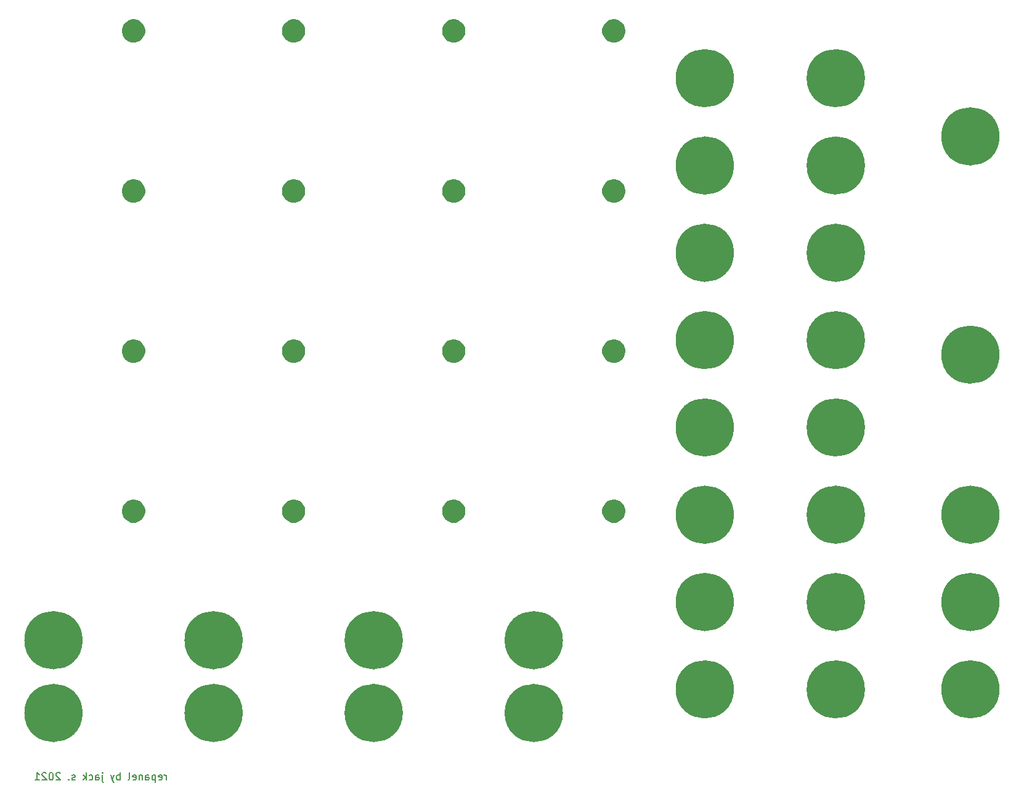
<source format=gbr>
G04 #@! TF.GenerationSoftware,KiCad,Pcbnew,(5.1.5-0)*
G04 #@! TF.CreationDate,2021-01-20T17:00:23-08:00*
G04 #@! TF.ProjectId,bindubba,62696e64-7562-4626-912e-6b696361645f,rev?*
G04 #@! TF.SameCoordinates,Original*
G04 #@! TF.FileFunction,Soldermask,Bot*
G04 #@! TF.FilePolarity,Negative*
%FSLAX46Y46*%
G04 Gerber Fmt 4.6, Leading zero omitted, Abs format (unit mm)*
G04 Created by KiCad (PCBNEW (5.1.5-0)) date 2021-01-20 17:00:23*
%MOMM*%
%LPD*%
G04 APERTURE LIST*
%ADD10C,1.000000*%
%ADD11C,0.150000*%
%ADD12C,0.100000*%
G04 APERTURE END LIST*
D10*
X136750000Y-85000000D02*
G75*
G03X136750000Y-85000000I-3500000J0D01*
G01*
X136750000Y-109000000D02*
G75*
G03X136750000Y-109000000I-3500000J0D01*
G01*
X136750000Y-97000000D02*
G75*
G03X136750000Y-97000000I-3500000J0D01*
G01*
X136750000Y-63000000D02*
G75*
G03X136750000Y-63000000I-3500000J0D01*
G01*
X136750000Y-33000000D02*
G75*
G03X136750000Y-33000000I-3500000J0D01*
G01*
X118250000Y-25000000D02*
G75*
G03X118250000Y-25000000I-3500000J0D01*
G01*
X118250000Y-61000000D02*
G75*
G03X118250000Y-61000000I-3500000J0D01*
G01*
X118250000Y-49000000D02*
G75*
G03X118250000Y-49000000I-3500000J0D01*
G01*
X118250000Y-37000000D02*
G75*
G03X118250000Y-37000000I-3500000J0D01*
G01*
X118250000Y-85000000D02*
G75*
G03X118250000Y-85000000I-3500000J0D01*
G01*
X118250000Y-73000000D02*
G75*
G03X118250000Y-73000000I-3500000J0D01*
G01*
X118250000Y-97000000D02*
G75*
G03X118250000Y-97000000I-3500000J0D01*
G01*
X118250000Y-109000000D02*
G75*
G03X118250000Y-109000000I-3500000J0D01*
G01*
X100250000Y-73000000D02*
G75*
G03X100250000Y-73000000I-3500000J0D01*
G01*
X100250000Y-109000000D02*
G75*
G03X100250000Y-109000000I-3500000J0D01*
G01*
X100250000Y-97000000D02*
G75*
G03X100250000Y-97000000I-3500000J0D01*
G01*
X100250000Y-85000000D02*
G75*
G03X100250000Y-85000000I-3500000J0D01*
G01*
X100250000Y-49000000D02*
G75*
G03X100250000Y-49000000I-3500000J0D01*
G01*
X100250000Y-61000000D02*
G75*
G03X100250000Y-61000000I-3500000J0D01*
G01*
X100250000Y-37000000D02*
G75*
G03X100250000Y-37000000I-3500000J0D01*
G01*
X100250000Y-25000000D02*
G75*
G03X100250000Y-25000000I-3500000J0D01*
G01*
X32750000Y-112250000D02*
G75*
G03X32750000Y-112250000I-3500000J0D01*
G01*
X54750000Y-112250000D02*
G75*
G03X54750000Y-112250000I-3500000J0D01*
G01*
X76750000Y-112250000D02*
G75*
G03X76750000Y-112250000I-3500000J0D01*
G01*
X10750000Y-112250000D02*
G75*
G03X10750000Y-112250000I-3500000J0D01*
G01*
X10750000Y-102250000D02*
G75*
G03X10750000Y-102250000I-3500000J0D01*
G01*
X76750000Y-102250000D02*
G75*
G03X76750000Y-102250000I-3500000J0D01*
G01*
X54750000Y-102250000D02*
G75*
G03X54750000Y-102250000I-3500000J0D01*
G01*
D11*
X22726190Y-121452380D02*
X22726190Y-120785714D01*
X22726190Y-120976190D02*
X22678571Y-120880952D01*
X22630952Y-120833333D01*
X22535714Y-120785714D01*
X22440476Y-120785714D01*
X21726190Y-121404761D02*
X21821428Y-121452380D01*
X22011904Y-121452380D01*
X22107142Y-121404761D01*
X22154761Y-121309523D01*
X22154761Y-120928571D01*
X22107142Y-120833333D01*
X22011904Y-120785714D01*
X21821428Y-120785714D01*
X21726190Y-120833333D01*
X21678571Y-120928571D01*
X21678571Y-121023809D01*
X22154761Y-121119047D01*
X21250000Y-120785714D02*
X21250000Y-121785714D01*
X21250000Y-120833333D02*
X21154761Y-120785714D01*
X20964285Y-120785714D01*
X20869047Y-120833333D01*
X20821428Y-120880952D01*
X20773809Y-120976190D01*
X20773809Y-121261904D01*
X20821428Y-121357142D01*
X20869047Y-121404761D01*
X20964285Y-121452380D01*
X21154761Y-121452380D01*
X21250000Y-121404761D01*
X19916666Y-121452380D02*
X19916666Y-120928571D01*
X19964285Y-120833333D01*
X20059523Y-120785714D01*
X20250000Y-120785714D01*
X20345238Y-120833333D01*
X19916666Y-121404761D02*
X20011904Y-121452380D01*
X20250000Y-121452380D01*
X20345238Y-121404761D01*
X20392857Y-121309523D01*
X20392857Y-121214285D01*
X20345238Y-121119047D01*
X20250000Y-121071428D01*
X20011904Y-121071428D01*
X19916666Y-121023809D01*
X19440476Y-120785714D02*
X19440476Y-121452380D01*
X19440476Y-120880952D02*
X19392857Y-120833333D01*
X19297619Y-120785714D01*
X19154761Y-120785714D01*
X19059523Y-120833333D01*
X19011904Y-120928571D01*
X19011904Y-121452380D01*
X18154761Y-121404761D02*
X18250000Y-121452380D01*
X18440476Y-121452380D01*
X18535714Y-121404761D01*
X18583333Y-121309523D01*
X18583333Y-120928571D01*
X18535714Y-120833333D01*
X18440476Y-120785714D01*
X18250000Y-120785714D01*
X18154761Y-120833333D01*
X18107142Y-120928571D01*
X18107142Y-121023809D01*
X18583333Y-121119047D01*
X17535714Y-121452380D02*
X17630952Y-121404761D01*
X17678571Y-121309523D01*
X17678571Y-120452380D01*
X16392857Y-121452380D02*
X16392857Y-120452380D01*
X16392857Y-120833333D02*
X16297619Y-120785714D01*
X16107142Y-120785714D01*
X16011904Y-120833333D01*
X15964285Y-120880952D01*
X15916666Y-120976190D01*
X15916666Y-121261904D01*
X15964285Y-121357142D01*
X16011904Y-121404761D01*
X16107142Y-121452380D01*
X16297619Y-121452380D01*
X16392857Y-121404761D01*
X15583333Y-120785714D02*
X15345238Y-121452380D01*
X15107142Y-120785714D02*
X15345238Y-121452380D01*
X15440476Y-121690476D01*
X15488095Y-121738095D01*
X15583333Y-121785714D01*
X13964285Y-120785714D02*
X13964285Y-121642857D01*
X14011904Y-121738095D01*
X14107142Y-121785714D01*
X14154761Y-121785714D01*
X13964285Y-120452380D02*
X14011904Y-120500000D01*
X13964285Y-120547619D01*
X13916666Y-120500000D01*
X13964285Y-120452380D01*
X13964285Y-120547619D01*
X13059523Y-121452380D02*
X13059523Y-120928571D01*
X13107142Y-120833333D01*
X13202380Y-120785714D01*
X13392857Y-120785714D01*
X13488095Y-120833333D01*
X13059523Y-121404761D02*
X13154761Y-121452380D01*
X13392857Y-121452380D01*
X13488095Y-121404761D01*
X13535714Y-121309523D01*
X13535714Y-121214285D01*
X13488095Y-121119047D01*
X13392857Y-121071428D01*
X13154761Y-121071428D01*
X13059523Y-121023809D01*
X12154761Y-121404761D02*
X12250000Y-121452380D01*
X12440476Y-121452380D01*
X12535714Y-121404761D01*
X12583333Y-121357142D01*
X12630952Y-121261904D01*
X12630952Y-120976190D01*
X12583333Y-120880952D01*
X12535714Y-120833333D01*
X12440476Y-120785714D01*
X12250000Y-120785714D01*
X12154761Y-120833333D01*
X11726190Y-121452380D02*
X11726190Y-120452380D01*
X11630952Y-121071428D02*
X11345238Y-121452380D01*
X11345238Y-120785714D02*
X11726190Y-121166666D01*
X10202380Y-121404761D02*
X10107142Y-121452380D01*
X9916666Y-121452380D01*
X9821428Y-121404761D01*
X9773809Y-121309523D01*
X9773809Y-121261904D01*
X9821428Y-121166666D01*
X9916666Y-121119047D01*
X10059523Y-121119047D01*
X10154761Y-121071428D01*
X10202380Y-120976190D01*
X10202380Y-120928571D01*
X10154761Y-120833333D01*
X10059523Y-120785714D01*
X9916666Y-120785714D01*
X9821428Y-120833333D01*
X9345238Y-121357142D02*
X9297619Y-121404761D01*
X9345238Y-121452380D01*
X9392857Y-121404761D01*
X9345238Y-121357142D01*
X9345238Y-121452380D01*
X8154761Y-120547619D02*
X8107142Y-120500000D01*
X8011904Y-120452380D01*
X7773809Y-120452380D01*
X7678571Y-120500000D01*
X7630952Y-120547619D01*
X7583333Y-120642857D01*
X7583333Y-120738095D01*
X7630952Y-120880952D01*
X8202380Y-121452380D01*
X7583333Y-121452380D01*
X6964285Y-120452380D02*
X6869047Y-120452380D01*
X6773809Y-120500000D01*
X6726190Y-120547619D01*
X6678571Y-120642857D01*
X6630952Y-120833333D01*
X6630952Y-121071428D01*
X6678571Y-121261904D01*
X6726190Y-121357142D01*
X6773809Y-121404761D01*
X6869047Y-121452380D01*
X6964285Y-121452380D01*
X7059523Y-121404761D01*
X7107142Y-121357142D01*
X7154761Y-121261904D01*
X7202380Y-121071428D01*
X7202380Y-120833333D01*
X7154761Y-120642857D01*
X7107142Y-120547619D01*
X7059523Y-120500000D01*
X6964285Y-120452380D01*
X6250000Y-120547619D02*
X6202380Y-120500000D01*
X6107142Y-120452380D01*
X5869047Y-120452380D01*
X5773809Y-120500000D01*
X5726190Y-120547619D01*
X5678571Y-120642857D01*
X5678571Y-120738095D01*
X5726190Y-120880952D01*
X6297619Y-121452380D01*
X5678571Y-121452380D01*
X4726190Y-121452380D02*
X5297619Y-121452380D01*
X5011904Y-121452380D02*
X5011904Y-120452380D01*
X5107142Y-120595238D01*
X5202380Y-120690476D01*
X5297619Y-120738095D01*
D10*
X32750000Y-102250000D02*
G75*
G03X32750000Y-102250000I-3500000J0D01*
G01*
D12*
G36*
X73854975Y-109208585D02*
G01*
X74154528Y-109268170D01*
X74718874Y-109501930D01*
X75226772Y-109841296D01*
X75658704Y-110273228D01*
X75998070Y-110781126D01*
X76231830Y-111345472D01*
X76351000Y-111944578D01*
X76351000Y-112555422D01*
X76231830Y-113154528D01*
X75998070Y-113718874D01*
X75658704Y-114226772D01*
X75226772Y-114658704D01*
X74718874Y-114998070D01*
X74154528Y-115231830D01*
X73854975Y-115291415D01*
X73555423Y-115351000D01*
X72944577Y-115351000D01*
X72645025Y-115291415D01*
X72345472Y-115231830D01*
X71781126Y-114998070D01*
X71273228Y-114658704D01*
X70841296Y-114226772D01*
X70501930Y-113718874D01*
X70268170Y-113154528D01*
X70149000Y-112555422D01*
X70149000Y-111944578D01*
X70268170Y-111345472D01*
X70501930Y-110781126D01*
X70841296Y-110273228D01*
X71273228Y-109841296D01*
X71781126Y-109501930D01*
X72345472Y-109268170D01*
X72645025Y-109208585D01*
X72944577Y-109149000D01*
X73555423Y-109149000D01*
X73854975Y-109208585D01*
G37*
G36*
X51854975Y-109208585D02*
G01*
X52154528Y-109268170D01*
X52718874Y-109501930D01*
X53226772Y-109841296D01*
X53658704Y-110273228D01*
X53998070Y-110781126D01*
X54231830Y-111345472D01*
X54351000Y-111944578D01*
X54351000Y-112555422D01*
X54231830Y-113154528D01*
X53998070Y-113718874D01*
X53658704Y-114226772D01*
X53226772Y-114658704D01*
X52718874Y-114998070D01*
X52154528Y-115231830D01*
X51854975Y-115291415D01*
X51555423Y-115351000D01*
X50944577Y-115351000D01*
X50645025Y-115291415D01*
X50345472Y-115231830D01*
X49781126Y-114998070D01*
X49273228Y-114658704D01*
X48841296Y-114226772D01*
X48501930Y-113718874D01*
X48268170Y-113154528D01*
X48149000Y-112555422D01*
X48149000Y-111944578D01*
X48268170Y-111345472D01*
X48501930Y-110781126D01*
X48841296Y-110273228D01*
X49273228Y-109841296D01*
X49781126Y-109501930D01*
X50345472Y-109268170D01*
X50645025Y-109208585D01*
X50944577Y-109149000D01*
X51555423Y-109149000D01*
X51854975Y-109208585D01*
G37*
G36*
X29854975Y-109208585D02*
G01*
X30154528Y-109268170D01*
X30718874Y-109501930D01*
X31226772Y-109841296D01*
X31658704Y-110273228D01*
X31998070Y-110781126D01*
X32231830Y-111345472D01*
X32351000Y-111944578D01*
X32351000Y-112555422D01*
X32231830Y-113154528D01*
X31998070Y-113718874D01*
X31658704Y-114226772D01*
X31226772Y-114658704D01*
X30718874Y-114998070D01*
X30154528Y-115231830D01*
X29854975Y-115291415D01*
X29555423Y-115351000D01*
X28944577Y-115351000D01*
X28645025Y-115291415D01*
X28345472Y-115231830D01*
X27781126Y-114998070D01*
X27273228Y-114658704D01*
X26841296Y-114226772D01*
X26501930Y-113718874D01*
X26268170Y-113154528D01*
X26149000Y-112555422D01*
X26149000Y-111944578D01*
X26268170Y-111345472D01*
X26501930Y-110781126D01*
X26841296Y-110273228D01*
X27273228Y-109841296D01*
X27781126Y-109501930D01*
X28345472Y-109268170D01*
X28645025Y-109208585D01*
X28944577Y-109149000D01*
X29555423Y-109149000D01*
X29854975Y-109208585D01*
G37*
G36*
X7854975Y-109208585D02*
G01*
X8154528Y-109268170D01*
X8718874Y-109501930D01*
X9226772Y-109841296D01*
X9658704Y-110273228D01*
X9998070Y-110781126D01*
X10231830Y-111345472D01*
X10351000Y-111944578D01*
X10351000Y-112555422D01*
X10231830Y-113154528D01*
X9998070Y-113718874D01*
X9658704Y-114226772D01*
X9226772Y-114658704D01*
X8718874Y-114998070D01*
X8154528Y-115231830D01*
X7854975Y-115291415D01*
X7555423Y-115351000D01*
X6944577Y-115351000D01*
X6645025Y-115291415D01*
X6345472Y-115231830D01*
X5781126Y-114998070D01*
X5273228Y-114658704D01*
X4841296Y-114226772D01*
X4501930Y-113718874D01*
X4268170Y-113154528D01*
X4149000Y-112555422D01*
X4149000Y-111944578D01*
X4268170Y-111345472D01*
X4501930Y-110781126D01*
X4841296Y-110273228D01*
X5273228Y-109841296D01*
X5781126Y-109501930D01*
X6345472Y-109268170D01*
X6645025Y-109208585D01*
X6944577Y-109149000D01*
X7555423Y-109149000D01*
X7854975Y-109208585D01*
G37*
G36*
X133854975Y-105958585D02*
G01*
X134154528Y-106018170D01*
X134718874Y-106251930D01*
X135226772Y-106591296D01*
X135658704Y-107023228D01*
X135998070Y-107531126D01*
X136231830Y-108095472D01*
X136351000Y-108694578D01*
X136351000Y-109305422D01*
X136231830Y-109904528D01*
X135998070Y-110468874D01*
X135658704Y-110976772D01*
X135226772Y-111408704D01*
X134718874Y-111748070D01*
X134154528Y-111981830D01*
X133854975Y-112041415D01*
X133555423Y-112101000D01*
X132944577Y-112101000D01*
X132645025Y-112041415D01*
X132345472Y-111981830D01*
X131781126Y-111748070D01*
X131273228Y-111408704D01*
X130841296Y-110976772D01*
X130501930Y-110468874D01*
X130268170Y-109904528D01*
X130149000Y-109305422D01*
X130149000Y-108694578D01*
X130268170Y-108095472D01*
X130501930Y-107531126D01*
X130841296Y-107023228D01*
X131273228Y-106591296D01*
X131781126Y-106251930D01*
X132345472Y-106018170D01*
X132645025Y-105958585D01*
X132944577Y-105899000D01*
X133555423Y-105899000D01*
X133854975Y-105958585D01*
G37*
G36*
X115354975Y-105958585D02*
G01*
X115654528Y-106018170D01*
X116218874Y-106251930D01*
X116726772Y-106591296D01*
X117158704Y-107023228D01*
X117498070Y-107531126D01*
X117731830Y-108095472D01*
X117851000Y-108694578D01*
X117851000Y-109305422D01*
X117731830Y-109904528D01*
X117498070Y-110468874D01*
X117158704Y-110976772D01*
X116726772Y-111408704D01*
X116218874Y-111748070D01*
X115654528Y-111981830D01*
X115354975Y-112041415D01*
X115055423Y-112101000D01*
X114444577Y-112101000D01*
X114145025Y-112041415D01*
X113845472Y-111981830D01*
X113281126Y-111748070D01*
X112773228Y-111408704D01*
X112341296Y-110976772D01*
X112001930Y-110468874D01*
X111768170Y-109904528D01*
X111649000Y-109305422D01*
X111649000Y-108694578D01*
X111768170Y-108095472D01*
X112001930Y-107531126D01*
X112341296Y-107023228D01*
X112773228Y-106591296D01*
X113281126Y-106251930D01*
X113845472Y-106018170D01*
X114145025Y-105958585D01*
X114444577Y-105899000D01*
X115055423Y-105899000D01*
X115354975Y-105958585D01*
G37*
G36*
X97354975Y-105958585D02*
G01*
X97654528Y-106018170D01*
X98218874Y-106251930D01*
X98726772Y-106591296D01*
X99158704Y-107023228D01*
X99498070Y-107531126D01*
X99731830Y-108095472D01*
X99851000Y-108694578D01*
X99851000Y-109305422D01*
X99731830Y-109904528D01*
X99498070Y-110468874D01*
X99158704Y-110976772D01*
X98726772Y-111408704D01*
X98218874Y-111748070D01*
X97654528Y-111981830D01*
X97354975Y-112041415D01*
X97055423Y-112101000D01*
X96444577Y-112101000D01*
X96145025Y-112041415D01*
X95845472Y-111981830D01*
X95281126Y-111748070D01*
X94773228Y-111408704D01*
X94341296Y-110976772D01*
X94001930Y-110468874D01*
X93768170Y-109904528D01*
X93649000Y-109305422D01*
X93649000Y-108694578D01*
X93768170Y-108095472D01*
X94001930Y-107531126D01*
X94341296Y-107023228D01*
X94773228Y-106591296D01*
X95281126Y-106251930D01*
X95845472Y-106018170D01*
X96145025Y-105958585D01*
X96444577Y-105899000D01*
X97055423Y-105899000D01*
X97354975Y-105958585D01*
G37*
G36*
X29854975Y-99208585D02*
G01*
X30154528Y-99268170D01*
X30718874Y-99501930D01*
X31226772Y-99841296D01*
X31658704Y-100273228D01*
X31998070Y-100781126D01*
X32231830Y-101345472D01*
X32351000Y-101944578D01*
X32351000Y-102555422D01*
X32231830Y-103154528D01*
X31998070Y-103718874D01*
X31658704Y-104226772D01*
X31226772Y-104658704D01*
X30718874Y-104998070D01*
X30154528Y-105231830D01*
X29854975Y-105291415D01*
X29555423Y-105351000D01*
X28944577Y-105351000D01*
X28645025Y-105291415D01*
X28345472Y-105231830D01*
X27781126Y-104998070D01*
X27273228Y-104658704D01*
X26841296Y-104226772D01*
X26501930Y-103718874D01*
X26268170Y-103154528D01*
X26149000Y-102555422D01*
X26149000Y-101944578D01*
X26268170Y-101345472D01*
X26501930Y-100781126D01*
X26841296Y-100273228D01*
X27273228Y-99841296D01*
X27781126Y-99501930D01*
X28345472Y-99268170D01*
X28645025Y-99208585D01*
X28944577Y-99149000D01*
X29555423Y-99149000D01*
X29854975Y-99208585D01*
G37*
G36*
X51854975Y-99208585D02*
G01*
X52154528Y-99268170D01*
X52718874Y-99501930D01*
X53226772Y-99841296D01*
X53658704Y-100273228D01*
X53998070Y-100781126D01*
X54231830Y-101345472D01*
X54351000Y-101944578D01*
X54351000Y-102555422D01*
X54231830Y-103154528D01*
X53998070Y-103718874D01*
X53658704Y-104226772D01*
X53226772Y-104658704D01*
X52718874Y-104998070D01*
X52154528Y-105231830D01*
X51854975Y-105291415D01*
X51555423Y-105351000D01*
X50944577Y-105351000D01*
X50645025Y-105291415D01*
X50345472Y-105231830D01*
X49781126Y-104998070D01*
X49273228Y-104658704D01*
X48841296Y-104226772D01*
X48501930Y-103718874D01*
X48268170Y-103154528D01*
X48149000Y-102555422D01*
X48149000Y-101944578D01*
X48268170Y-101345472D01*
X48501930Y-100781126D01*
X48841296Y-100273228D01*
X49273228Y-99841296D01*
X49781126Y-99501930D01*
X50345472Y-99268170D01*
X50645025Y-99208585D01*
X50944577Y-99149000D01*
X51555423Y-99149000D01*
X51854975Y-99208585D01*
G37*
G36*
X7854975Y-99208585D02*
G01*
X8154528Y-99268170D01*
X8718874Y-99501930D01*
X9226772Y-99841296D01*
X9658704Y-100273228D01*
X9998070Y-100781126D01*
X10231830Y-101345472D01*
X10351000Y-101944578D01*
X10351000Y-102555422D01*
X10231830Y-103154528D01*
X9998070Y-103718874D01*
X9658704Y-104226772D01*
X9226772Y-104658704D01*
X8718874Y-104998070D01*
X8154528Y-105231830D01*
X7854975Y-105291415D01*
X7555423Y-105351000D01*
X6944577Y-105351000D01*
X6645025Y-105291415D01*
X6345472Y-105231830D01*
X5781126Y-104998070D01*
X5273228Y-104658704D01*
X4841296Y-104226772D01*
X4501930Y-103718874D01*
X4268170Y-103154528D01*
X4149000Y-102555422D01*
X4149000Y-101944578D01*
X4268170Y-101345472D01*
X4501930Y-100781126D01*
X4841296Y-100273228D01*
X5273228Y-99841296D01*
X5781126Y-99501930D01*
X6345472Y-99268170D01*
X6645025Y-99208585D01*
X6944577Y-99149000D01*
X7555423Y-99149000D01*
X7854975Y-99208585D01*
G37*
G36*
X73854975Y-99208585D02*
G01*
X74154528Y-99268170D01*
X74718874Y-99501930D01*
X75226772Y-99841296D01*
X75658704Y-100273228D01*
X75998070Y-100781126D01*
X76231830Y-101345472D01*
X76351000Y-101944578D01*
X76351000Y-102555422D01*
X76231830Y-103154528D01*
X75998070Y-103718874D01*
X75658704Y-104226772D01*
X75226772Y-104658704D01*
X74718874Y-104998070D01*
X74154528Y-105231830D01*
X73854975Y-105291415D01*
X73555423Y-105351000D01*
X72944577Y-105351000D01*
X72645025Y-105291415D01*
X72345472Y-105231830D01*
X71781126Y-104998070D01*
X71273228Y-104658704D01*
X70841296Y-104226772D01*
X70501930Y-103718874D01*
X70268170Y-103154528D01*
X70149000Y-102555422D01*
X70149000Y-101944578D01*
X70268170Y-101345472D01*
X70501930Y-100781126D01*
X70841296Y-100273228D01*
X71273228Y-99841296D01*
X71781126Y-99501930D01*
X72345472Y-99268170D01*
X72645025Y-99208585D01*
X72944577Y-99149000D01*
X73555423Y-99149000D01*
X73854975Y-99208585D01*
G37*
G36*
X133854975Y-93958585D02*
G01*
X134154528Y-94018170D01*
X134718874Y-94251930D01*
X135226772Y-94591296D01*
X135658704Y-95023228D01*
X135998070Y-95531126D01*
X136231830Y-96095472D01*
X136351000Y-96694578D01*
X136351000Y-97305422D01*
X136231830Y-97904528D01*
X135998070Y-98468874D01*
X135658704Y-98976772D01*
X135226772Y-99408704D01*
X134718874Y-99748070D01*
X134154528Y-99981830D01*
X133854975Y-100041415D01*
X133555423Y-100101000D01*
X132944577Y-100101000D01*
X132645025Y-100041415D01*
X132345472Y-99981830D01*
X131781126Y-99748070D01*
X131273228Y-99408704D01*
X130841296Y-98976772D01*
X130501930Y-98468874D01*
X130268170Y-97904528D01*
X130149000Y-97305422D01*
X130149000Y-96694578D01*
X130268170Y-96095472D01*
X130501930Y-95531126D01*
X130841296Y-95023228D01*
X131273228Y-94591296D01*
X131781126Y-94251930D01*
X132345472Y-94018170D01*
X132645025Y-93958585D01*
X132944577Y-93899000D01*
X133555423Y-93899000D01*
X133854975Y-93958585D01*
G37*
G36*
X97354975Y-93958585D02*
G01*
X97654528Y-94018170D01*
X98218874Y-94251930D01*
X98726772Y-94591296D01*
X99158704Y-95023228D01*
X99498070Y-95531126D01*
X99731830Y-96095472D01*
X99851000Y-96694578D01*
X99851000Y-97305422D01*
X99731830Y-97904528D01*
X99498070Y-98468874D01*
X99158704Y-98976772D01*
X98726772Y-99408704D01*
X98218874Y-99748070D01*
X97654528Y-99981830D01*
X97354975Y-100041415D01*
X97055423Y-100101000D01*
X96444577Y-100101000D01*
X96145025Y-100041415D01*
X95845472Y-99981830D01*
X95281126Y-99748070D01*
X94773228Y-99408704D01*
X94341296Y-98976772D01*
X94001930Y-98468874D01*
X93768170Y-97904528D01*
X93649000Y-97305422D01*
X93649000Y-96694578D01*
X93768170Y-96095472D01*
X94001930Y-95531126D01*
X94341296Y-95023228D01*
X94773228Y-94591296D01*
X95281126Y-94251930D01*
X95845472Y-94018170D01*
X96145025Y-93958585D01*
X96444577Y-93899000D01*
X97055423Y-93899000D01*
X97354975Y-93958585D01*
G37*
G36*
X115354975Y-93958585D02*
G01*
X115654528Y-94018170D01*
X116218874Y-94251930D01*
X116726772Y-94591296D01*
X117158704Y-95023228D01*
X117498070Y-95531126D01*
X117731830Y-96095472D01*
X117851000Y-96694578D01*
X117851000Y-97305422D01*
X117731830Y-97904528D01*
X117498070Y-98468874D01*
X117158704Y-98976772D01*
X116726772Y-99408704D01*
X116218874Y-99748070D01*
X115654528Y-99981830D01*
X115354975Y-100041415D01*
X115055423Y-100101000D01*
X114444577Y-100101000D01*
X114145025Y-100041415D01*
X113845472Y-99981830D01*
X113281126Y-99748070D01*
X112773228Y-99408704D01*
X112341296Y-98976772D01*
X112001930Y-98468874D01*
X111768170Y-97904528D01*
X111649000Y-97305422D01*
X111649000Y-96694578D01*
X111768170Y-96095472D01*
X112001930Y-95531126D01*
X112341296Y-95023228D01*
X112773228Y-94591296D01*
X113281126Y-94251930D01*
X113845472Y-94018170D01*
X114145025Y-93958585D01*
X114444577Y-93899000D01*
X115055423Y-93899000D01*
X115354975Y-93958585D01*
G37*
G36*
X115354975Y-81958585D02*
G01*
X115654528Y-82018170D01*
X116218874Y-82251930D01*
X116726772Y-82591296D01*
X117158704Y-83023228D01*
X117498070Y-83531126D01*
X117731830Y-84095472D01*
X117851000Y-84694578D01*
X117851000Y-85305422D01*
X117731830Y-85904528D01*
X117498070Y-86468874D01*
X117158704Y-86976772D01*
X116726772Y-87408704D01*
X116218874Y-87748070D01*
X115654528Y-87981830D01*
X115354975Y-88041415D01*
X115055423Y-88101000D01*
X114444577Y-88101000D01*
X114145025Y-88041415D01*
X113845472Y-87981830D01*
X113281126Y-87748070D01*
X112773228Y-87408704D01*
X112341296Y-86976772D01*
X112001930Y-86468874D01*
X111768170Y-85904528D01*
X111649000Y-85305422D01*
X111649000Y-84694578D01*
X111768170Y-84095472D01*
X112001930Y-83531126D01*
X112341296Y-83023228D01*
X112773228Y-82591296D01*
X113281126Y-82251930D01*
X113845472Y-82018170D01*
X114145025Y-81958585D01*
X114444577Y-81899000D01*
X115055423Y-81899000D01*
X115354975Y-81958585D01*
G37*
G36*
X97354975Y-81958585D02*
G01*
X97654528Y-82018170D01*
X98218874Y-82251930D01*
X98726772Y-82591296D01*
X99158704Y-83023228D01*
X99498070Y-83531126D01*
X99731830Y-84095472D01*
X99851000Y-84694578D01*
X99851000Y-85305422D01*
X99731830Y-85904528D01*
X99498070Y-86468874D01*
X99158704Y-86976772D01*
X98726772Y-87408704D01*
X98218874Y-87748070D01*
X97654528Y-87981830D01*
X97354975Y-88041415D01*
X97055423Y-88101000D01*
X96444577Y-88101000D01*
X96145025Y-88041415D01*
X95845472Y-87981830D01*
X95281126Y-87748070D01*
X94773228Y-87408704D01*
X94341296Y-86976772D01*
X94001930Y-86468874D01*
X93768170Y-85904528D01*
X93649000Y-85305422D01*
X93649000Y-84694578D01*
X93768170Y-84095472D01*
X94001930Y-83531126D01*
X94341296Y-83023228D01*
X94773228Y-82591296D01*
X95281126Y-82251930D01*
X95845472Y-82018170D01*
X96145025Y-81958585D01*
X96444577Y-81899000D01*
X97055423Y-81899000D01*
X97354975Y-81958585D01*
G37*
G36*
X133854975Y-81958585D02*
G01*
X134154528Y-82018170D01*
X134718874Y-82251930D01*
X135226772Y-82591296D01*
X135658704Y-83023228D01*
X135998070Y-83531126D01*
X136231830Y-84095472D01*
X136351000Y-84694578D01*
X136351000Y-85305422D01*
X136231830Y-85904528D01*
X135998070Y-86468874D01*
X135658704Y-86976772D01*
X135226772Y-87408704D01*
X134718874Y-87748070D01*
X134154528Y-87981830D01*
X133854975Y-88041415D01*
X133555423Y-88101000D01*
X132944577Y-88101000D01*
X132645025Y-88041415D01*
X132345472Y-87981830D01*
X131781126Y-87748070D01*
X131273228Y-87408704D01*
X130841296Y-86976772D01*
X130501930Y-86468874D01*
X130268170Y-85904528D01*
X130149000Y-85305422D01*
X130149000Y-84694578D01*
X130268170Y-84095472D01*
X130501930Y-83531126D01*
X130841296Y-83023228D01*
X131273228Y-82591296D01*
X131781126Y-82251930D01*
X132345472Y-82018170D01*
X132645025Y-81958585D01*
X132944577Y-81899000D01*
X133555423Y-81899000D01*
X133854975Y-81958585D01*
G37*
G36*
X62446217Y-82906665D02*
G01*
X62716995Y-82960525D01*
X63008358Y-83081212D01*
X63270578Y-83256422D01*
X63493578Y-83479422D01*
X63668788Y-83741642D01*
X63789475Y-84033005D01*
X63851000Y-84342315D01*
X63851000Y-84657685D01*
X63789475Y-84966995D01*
X63668788Y-85258358D01*
X63493578Y-85520578D01*
X63270578Y-85743578D01*
X63008358Y-85918788D01*
X62716995Y-86039475D01*
X62446217Y-86093335D01*
X62407686Y-86101000D01*
X62092314Y-86101000D01*
X62053783Y-86093335D01*
X61783005Y-86039475D01*
X61491642Y-85918788D01*
X61229422Y-85743578D01*
X61006422Y-85520578D01*
X60831212Y-85258358D01*
X60710525Y-84966995D01*
X60649000Y-84657685D01*
X60649000Y-84342315D01*
X60710525Y-84033005D01*
X60831212Y-83741642D01*
X61006422Y-83479422D01*
X61229422Y-83256422D01*
X61491642Y-83081212D01*
X61783005Y-82960525D01*
X62053783Y-82906665D01*
X62092314Y-82899000D01*
X62407686Y-82899000D01*
X62446217Y-82906665D01*
G37*
G36*
X84446217Y-82906665D02*
G01*
X84716995Y-82960525D01*
X85008358Y-83081212D01*
X85270578Y-83256422D01*
X85493578Y-83479422D01*
X85668788Y-83741642D01*
X85789475Y-84033005D01*
X85851000Y-84342315D01*
X85851000Y-84657685D01*
X85789475Y-84966995D01*
X85668788Y-85258358D01*
X85493578Y-85520578D01*
X85270578Y-85743578D01*
X85008358Y-85918788D01*
X84716995Y-86039475D01*
X84446217Y-86093335D01*
X84407686Y-86101000D01*
X84092314Y-86101000D01*
X84053783Y-86093335D01*
X83783005Y-86039475D01*
X83491642Y-85918788D01*
X83229422Y-85743578D01*
X83006422Y-85520578D01*
X82831212Y-85258358D01*
X82710525Y-84966995D01*
X82649000Y-84657685D01*
X82649000Y-84342315D01*
X82710525Y-84033005D01*
X82831212Y-83741642D01*
X83006422Y-83479422D01*
X83229422Y-83256422D01*
X83491642Y-83081212D01*
X83783005Y-82960525D01*
X84053783Y-82906665D01*
X84092314Y-82899000D01*
X84407686Y-82899000D01*
X84446217Y-82906665D01*
G37*
G36*
X40446217Y-82906665D02*
G01*
X40716995Y-82960525D01*
X41008358Y-83081212D01*
X41270578Y-83256422D01*
X41493578Y-83479422D01*
X41668788Y-83741642D01*
X41789475Y-84033005D01*
X41851000Y-84342315D01*
X41851000Y-84657685D01*
X41789475Y-84966995D01*
X41668788Y-85258358D01*
X41493578Y-85520578D01*
X41270578Y-85743578D01*
X41008358Y-85918788D01*
X40716995Y-86039475D01*
X40446217Y-86093335D01*
X40407686Y-86101000D01*
X40092314Y-86101000D01*
X40053783Y-86093335D01*
X39783005Y-86039475D01*
X39491642Y-85918788D01*
X39229422Y-85743578D01*
X39006422Y-85520578D01*
X38831212Y-85258358D01*
X38710525Y-84966995D01*
X38649000Y-84657685D01*
X38649000Y-84342315D01*
X38710525Y-84033005D01*
X38831212Y-83741642D01*
X39006422Y-83479422D01*
X39229422Y-83256422D01*
X39491642Y-83081212D01*
X39783005Y-82960525D01*
X40053783Y-82906665D01*
X40092314Y-82899000D01*
X40407686Y-82899000D01*
X40446217Y-82906665D01*
G37*
G36*
X18446217Y-82906665D02*
G01*
X18716995Y-82960525D01*
X19008358Y-83081212D01*
X19270578Y-83256422D01*
X19493578Y-83479422D01*
X19668788Y-83741642D01*
X19789475Y-84033005D01*
X19851000Y-84342315D01*
X19851000Y-84657685D01*
X19789475Y-84966995D01*
X19668788Y-85258358D01*
X19493578Y-85520578D01*
X19270578Y-85743578D01*
X19008358Y-85918788D01*
X18716995Y-86039475D01*
X18446217Y-86093335D01*
X18407686Y-86101000D01*
X18092314Y-86101000D01*
X18053783Y-86093335D01*
X17783005Y-86039475D01*
X17491642Y-85918788D01*
X17229422Y-85743578D01*
X17006422Y-85520578D01*
X16831212Y-85258358D01*
X16710525Y-84966995D01*
X16649000Y-84657685D01*
X16649000Y-84342315D01*
X16710525Y-84033005D01*
X16831212Y-83741642D01*
X17006422Y-83479422D01*
X17229422Y-83256422D01*
X17491642Y-83081212D01*
X17783005Y-82960525D01*
X18053783Y-82906665D01*
X18092314Y-82899000D01*
X18407686Y-82899000D01*
X18446217Y-82906665D01*
G37*
G36*
X115354975Y-69958585D02*
G01*
X115654528Y-70018170D01*
X116218874Y-70251930D01*
X116726772Y-70591296D01*
X117158704Y-71023228D01*
X117498070Y-71531126D01*
X117731830Y-72095472D01*
X117851000Y-72694578D01*
X117851000Y-73305422D01*
X117731830Y-73904528D01*
X117498070Y-74468874D01*
X117158704Y-74976772D01*
X116726772Y-75408704D01*
X116218874Y-75748070D01*
X115654528Y-75981830D01*
X115354975Y-76041415D01*
X115055423Y-76101000D01*
X114444577Y-76101000D01*
X114145025Y-76041415D01*
X113845472Y-75981830D01*
X113281126Y-75748070D01*
X112773228Y-75408704D01*
X112341296Y-74976772D01*
X112001930Y-74468874D01*
X111768170Y-73904528D01*
X111649000Y-73305422D01*
X111649000Y-72694578D01*
X111768170Y-72095472D01*
X112001930Y-71531126D01*
X112341296Y-71023228D01*
X112773228Y-70591296D01*
X113281126Y-70251930D01*
X113845472Y-70018170D01*
X114145025Y-69958585D01*
X114444577Y-69899000D01*
X115055423Y-69899000D01*
X115354975Y-69958585D01*
G37*
G36*
X97354975Y-69958585D02*
G01*
X97654528Y-70018170D01*
X98218874Y-70251930D01*
X98726772Y-70591296D01*
X99158704Y-71023228D01*
X99498070Y-71531126D01*
X99731830Y-72095472D01*
X99851000Y-72694578D01*
X99851000Y-73305422D01*
X99731830Y-73904528D01*
X99498070Y-74468874D01*
X99158704Y-74976772D01*
X98726772Y-75408704D01*
X98218874Y-75748070D01*
X97654528Y-75981830D01*
X97354975Y-76041415D01*
X97055423Y-76101000D01*
X96444577Y-76101000D01*
X96145025Y-76041415D01*
X95845472Y-75981830D01*
X95281126Y-75748070D01*
X94773228Y-75408704D01*
X94341296Y-74976772D01*
X94001930Y-74468874D01*
X93768170Y-73904528D01*
X93649000Y-73305422D01*
X93649000Y-72694578D01*
X93768170Y-72095472D01*
X94001930Y-71531126D01*
X94341296Y-71023228D01*
X94773228Y-70591296D01*
X95281126Y-70251930D01*
X95845472Y-70018170D01*
X96145025Y-69958585D01*
X96444577Y-69899000D01*
X97055423Y-69899000D01*
X97354975Y-69958585D01*
G37*
G36*
X133854975Y-59958585D02*
G01*
X134154528Y-60018170D01*
X134718874Y-60251930D01*
X135226772Y-60591296D01*
X135658704Y-61023228D01*
X135998070Y-61531126D01*
X136231830Y-62095472D01*
X136351000Y-62694578D01*
X136351000Y-63305422D01*
X136231830Y-63904528D01*
X135998070Y-64468874D01*
X135658704Y-64976772D01*
X135226772Y-65408704D01*
X134718874Y-65748070D01*
X134154528Y-65981830D01*
X133854975Y-66041415D01*
X133555423Y-66101000D01*
X132944577Y-66101000D01*
X132645025Y-66041415D01*
X132345472Y-65981830D01*
X131781126Y-65748070D01*
X131273228Y-65408704D01*
X130841296Y-64976772D01*
X130501930Y-64468874D01*
X130268170Y-63904528D01*
X130149000Y-63305422D01*
X130149000Y-62694578D01*
X130268170Y-62095472D01*
X130501930Y-61531126D01*
X130841296Y-61023228D01*
X131273228Y-60591296D01*
X131781126Y-60251930D01*
X132345472Y-60018170D01*
X132645025Y-59958585D01*
X132944577Y-59899000D01*
X133555423Y-59899000D01*
X133854975Y-59958585D01*
G37*
G36*
X40446217Y-60906665D02*
G01*
X40716995Y-60960525D01*
X41008358Y-61081212D01*
X41270578Y-61256422D01*
X41493578Y-61479422D01*
X41668788Y-61741642D01*
X41789475Y-62033005D01*
X41851000Y-62342315D01*
X41851000Y-62657685D01*
X41789475Y-62966995D01*
X41668788Y-63258358D01*
X41493578Y-63520578D01*
X41270578Y-63743578D01*
X41008358Y-63918788D01*
X40716995Y-64039475D01*
X40446217Y-64093335D01*
X40407686Y-64101000D01*
X40092314Y-64101000D01*
X40053783Y-64093335D01*
X39783005Y-64039475D01*
X39491642Y-63918788D01*
X39229422Y-63743578D01*
X39006422Y-63520578D01*
X38831212Y-63258358D01*
X38710525Y-62966995D01*
X38649000Y-62657685D01*
X38649000Y-62342315D01*
X38710525Y-62033005D01*
X38831212Y-61741642D01*
X39006422Y-61479422D01*
X39229422Y-61256422D01*
X39491642Y-61081212D01*
X39783005Y-60960525D01*
X40053783Y-60906665D01*
X40092314Y-60899000D01*
X40407686Y-60899000D01*
X40446217Y-60906665D01*
G37*
G36*
X97354975Y-57958585D02*
G01*
X97654528Y-58018170D01*
X98218874Y-58251930D01*
X98726772Y-58591296D01*
X99158704Y-59023228D01*
X99498070Y-59531126D01*
X99731830Y-60095472D01*
X99851000Y-60694578D01*
X99851000Y-61305422D01*
X99731830Y-61904528D01*
X99498070Y-62468874D01*
X99158704Y-62976772D01*
X98726772Y-63408704D01*
X98218874Y-63748070D01*
X97654528Y-63981830D01*
X97364733Y-64039474D01*
X97055423Y-64101000D01*
X96444577Y-64101000D01*
X96135267Y-64039474D01*
X95845472Y-63981830D01*
X95281126Y-63748070D01*
X94773228Y-63408704D01*
X94341296Y-62976772D01*
X94001930Y-62468874D01*
X93768170Y-61904528D01*
X93649000Y-61305422D01*
X93649000Y-60694578D01*
X93768170Y-60095472D01*
X94001930Y-59531126D01*
X94341296Y-59023228D01*
X94773228Y-58591296D01*
X95281126Y-58251930D01*
X95845472Y-58018170D01*
X96145025Y-57958585D01*
X96444577Y-57899000D01*
X97055423Y-57899000D01*
X97354975Y-57958585D01*
G37*
G36*
X115354975Y-57958585D02*
G01*
X115654528Y-58018170D01*
X116218874Y-58251930D01*
X116726772Y-58591296D01*
X117158704Y-59023228D01*
X117498070Y-59531126D01*
X117731830Y-60095472D01*
X117851000Y-60694578D01*
X117851000Y-61305422D01*
X117731830Y-61904528D01*
X117498070Y-62468874D01*
X117158704Y-62976772D01*
X116726772Y-63408704D01*
X116218874Y-63748070D01*
X115654528Y-63981830D01*
X115364733Y-64039474D01*
X115055423Y-64101000D01*
X114444577Y-64101000D01*
X114135267Y-64039474D01*
X113845472Y-63981830D01*
X113281126Y-63748070D01*
X112773228Y-63408704D01*
X112341296Y-62976772D01*
X112001930Y-62468874D01*
X111768170Y-61904528D01*
X111649000Y-61305422D01*
X111649000Y-60694578D01*
X111768170Y-60095472D01*
X112001930Y-59531126D01*
X112341296Y-59023228D01*
X112773228Y-58591296D01*
X113281126Y-58251930D01*
X113845472Y-58018170D01*
X114145025Y-57958585D01*
X114444577Y-57899000D01*
X115055423Y-57899000D01*
X115354975Y-57958585D01*
G37*
G36*
X18446217Y-60906665D02*
G01*
X18716995Y-60960525D01*
X19008358Y-61081212D01*
X19270578Y-61256422D01*
X19493578Y-61479422D01*
X19668788Y-61741642D01*
X19789475Y-62033005D01*
X19851000Y-62342315D01*
X19851000Y-62657685D01*
X19789475Y-62966995D01*
X19668788Y-63258358D01*
X19493578Y-63520578D01*
X19270578Y-63743578D01*
X19008358Y-63918788D01*
X18716995Y-64039475D01*
X18446217Y-64093335D01*
X18407686Y-64101000D01*
X18092314Y-64101000D01*
X18053783Y-64093335D01*
X17783005Y-64039475D01*
X17491642Y-63918788D01*
X17229422Y-63743578D01*
X17006422Y-63520578D01*
X16831212Y-63258358D01*
X16710525Y-62966995D01*
X16649000Y-62657685D01*
X16649000Y-62342315D01*
X16710525Y-62033005D01*
X16831212Y-61741642D01*
X17006422Y-61479422D01*
X17229422Y-61256422D01*
X17491642Y-61081212D01*
X17783005Y-60960525D01*
X18053783Y-60906665D01*
X18092314Y-60899000D01*
X18407686Y-60899000D01*
X18446217Y-60906665D01*
G37*
G36*
X84446217Y-60906665D02*
G01*
X84716995Y-60960525D01*
X85008358Y-61081212D01*
X85270578Y-61256422D01*
X85493578Y-61479422D01*
X85668788Y-61741642D01*
X85789475Y-62033005D01*
X85851000Y-62342315D01*
X85851000Y-62657685D01*
X85789475Y-62966995D01*
X85668788Y-63258358D01*
X85493578Y-63520578D01*
X85270578Y-63743578D01*
X85008358Y-63918788D01*
X84716995Y-64039475D01*
X84446217Y-64093335D01*
X84407686Y-64101000D01*
X84092314Y-64101000D01*
X84053783Y-64093335D01*
X83783005Y-64039475D01*
X83491642Y-63918788D01*
X83229422Y-63743578D01*
X83006422Y-63520578D01*
X82831212Y-63258358D01*
X82710525Y-62966995D01*
X82649000Y-62657685D01*
X82649000Y-62342315D01*
X82710525Y-62033005D01*
X82831212Y-61741642D01*
X83006422Y-61479422D01*
X83229422Y-61256422D01*
X83491642Y-61081212D01*
X83783005Y-60960525D01*
X84053783Y-60906665D01*
X84092314Y-60899000D01*
X84407686Y-60899000D01*
X84446217Y-60906665D01*
G37*
G36*
X62446217Y-60906665D02*
G01*
X62716995Y-60960525D01*
X63008358Y-61081212D01*
X63270578Y-61256422D01*
X63493578Y-61479422D01*
X63668788Y-61741642D01*
X63789475Y-62033005D01*
X63851000Y-62342315D01*
X63851000Y-62657685D01*
X63789475Y-62966995D01*
X63668788Y-63258358D01*
X63493578Y-63520578D01*
X63270578Y-63743578D01*
X63008358Y-63918788D01*
X62716995Y-64039475D01*
X62446217Y-64093335D01*
X62407686Y-64101000D01*
X62092314Y-64101000D01*
X62053783Y-64093335D01*
X61783005Y-64039475D01*
X61491642Y-63918788D01*
X61229422Y-63743578D01*
X61006422Y-63520578D01*
X60831212Y-63258358D01*
X60710525Y-62966995D01*
X60649000Y-62657685D01*
X60649000Y-62342315D01*
X60710525Y-62033005D01*
X60831212Y-61741642D01*
X61006422Y-61479422D01*
X61229422Y-61256422D01*
X61491642Y-61081212D01*
X61783005Y-60960525D01*
X62053783Y-60906665D01*
X62092314Y-60899000D01*
X62407686Y-60899000D01*
X62446217Y-60906665D01*
G37*
G36*
X97354975Y-45958585D02*
G01*
X97654528Y-46018170D01*
X98218874Y-46251930D01*
X98726772Y-46591296D01*
X99158704Y-47023228D01*
X99498070Y-47531126D01*
X99731830Y-48095472D01*
X99851000Y-48694578D01*
X99851000Y-49305422D01*
X99731830Y-49904528D01*
X99498070Y-50468874D01*
X99158704Y-50976772D01*
X98726772Y-51408704D01*
X98218874Y-51748070D01*
X97654528Y-51981830D01*
X97354975Y-52041415D01*
X97055423Y-52101000D01*
X96444577Y-52101000D01*
X96145025Y-52041415D01*
X95845472Y-51981830D01*
X95281126Y-51748070D01*
X94773228Y-51408704D01*
X94341296Y-50976772D01*
X94001930Y-50468874D01*
X93768170Y-49904528D01*
X93649000Y-49305422D01*
X93649000Y-48694578D01*
X93768170Y-48095472D01*
X94001930Y-47531126D01*
X94341296Y-47023228D01*
X94773228Y-46591296D01*
X95281126Y-46251930D01*
X95845472Y-46018170D01*
X96145025Y-45958585D01*
X96444577Y-45899000D01*
X97055423Y-45899000D01*
X97354975Y-45958585D01*
G37*
G36*
X115354975Y-45958585D02*
G01*
X115654528Y-46018170D01*
X116218874Y-46251930D01*
X116726772Y-46591296D01*
X117158704Y-47023228D01*
X117498070Y-47531126D01*
X117731830Y-48095472D01*
X117851000Y-48694578D01*
X117851000Y-49305422D01*
X117731830Y-49904528D01*
X117498070Y-50468874D01*
X117158704Y-50976772D01*
X116726772Y-51408704D01*
X116218874Y-51748070D01*
X115654528Y-51981830D01*
X115354975Y-52041415D01*
X115055423Y-52101000D01*
X114444577Y-52101000D01*
X114145025Y-52041415D01*
X113845472Y-51981830D01*
X113281126Y-51748070D01*
X112773228Y-51408704D01*
X112341296Y-50976772D01*
X112001930Y-50468874D01*
X111768170Y-49904528D01*
X111649000Y-49305422D01*
X111649000Y-48694578D01*
X111768170Y-48095472D01*
X112001930Y-47531126D01*
X112341296Y-47023228D01*
X112773228Y-46591296D01*
X113281126Y-46251930D01*
X113845472Y-46018170D01*
X114145025Y-45958585D01*
X114444577Y-45899000D01*
X115055423Y-45899000D01*
X115354975Y-45958585D01*
G37*
G36*
X18446217Y-38906665D02*
G01*
X18716995Y-38960525D01*
X19008358Y-39081212D01*
X19270578Y-39256422D01*
X19493578Y-39479422D01*
X19668788Y-39741642D01*
X19789475Y-40033005D01*
X19851000Y-40342315D01*
X19851000Y-40657685D01*
X19789475Y-40966995D01*
X19668788Y-41258358D01*
X19493578Y-41520578D01*
X19270578Y-41743578D01*
X19008358Y-41918788D01*
X18716995Y-42039475D01*
X18446217Y-42093335D01*
X18407686Y-42101000D01*
X18092314Y-42101000D01*
X18053783Y-42093335D01*
X17783005Y-42039475D01*
X17491642Y-41918788D01*
X17229422Y-41743578D01*
X17006422Y-41520578D01*
X16831212Y-41258358D01*
X16710525Y-40966995D01*
X16649000Y-40657685D01*
X16649000Y-40342315D01*
X16710525Y-40033005D01*
X16831212Y-39741642D01*
X17006422Y-39479422D01*
X17229422Y-39256422D01*
X17491642Y-39081212D01*
X17783005Y-38960525D01*
X18053783Y-38906665D01*
X18092314Y-38899000D01*
X18407686Y-38899000D01*
X18446217Y-38906665D01*
G37*
G36*
X40446217Y-38906665D02*
G01*
X40716995Y-38960525D01*
X41008358Y-39081212D01*
X41270578Y-39256422D01*
X41493578Y-39479422D01*
X41668788Y-39741642D01*
X41789475Y-40033005D01*
X41851000Y-40342315D01*
X41851000Y-40657685D01*
X41789475Y-40966995D01*
X41668788Y-41258358D01*
X41493578Y-41520578D01*
X41270578Y-41743578D01*
X41008358Y-41918788D01*
X40716995Y-42039475D01*
X40446217Y-42093335D01*
X40407686Y-42101000D01*
X40092314Y-42101000D01*
X40053783Y-42093335D01*
X39783005Y-42039475D01*
X39491642Y-41918788D01*
X39229422Y-41743578D01*
X39006422Y-41520578D01*
X38831212Y-41258358D01*
X38710525Y-40966995D01*
X38649000Y-40657685D01*
X38649000Y-40342315D01*
X38710525Y-40033005D01*
X38831212Y-39741642D01*
X39006422Y-39479422D01*
X39229422Y-39256422D01*
X39491642Y-39081212D01*
X39783005Y-38960525D01*
X40053783Y-38906665D01*
X40092314Y-38899000D01*
X40407686Y-38899000D01*
X40446217Y-38906665D01*
G37*
G36*
X84446217Y-38906665D02*
G01*
X84716995Y-38960525D01*
X85008358Y-39081212D01*
X85270578Y-39256422D01*
X85493578Y-39479422D01*
X85668788Y-39741642D01*
X85789475Y-40033005D01*
X85851000Y-40342315D01*
X85851000Y-40657685D01*
X85789475Y-40966995D01*
X85668788Y-41258358D01*
X85493578Y-41520578D01*
X85270578Y-41743578D01*
X85008358Y-41918788D01*
X84716995Y-42039475D01*
X84446217Y-42093335D01*
X84407686Y-42101000D01*
X84092314Y-42101000D01*
X84053783Y-42093335D01*
X83783005Y-42039475D01*
X83491642Y-41918788D01*
X83229422Y-41743578D01*
X83006422Y-41520578D01*
X82831212Y-41258358D01*
X82710525Y-40966995D01*
X82649000Y-40657685D01*
X82649000Y-40342315D01*
X82710525Y-40033005D01*
X82831212Y-39741642D01*
X83006422Y-39479422D01*
X83229422Y-39256422D01*
X83491642Y-39081212D01*
X83783005Y-38960525D01*
X84053783Y-38906665D01*
X84092314Y-38899000D01*
X84407686Y-38899000D01*
X84446217Y-38906665D01*
G37*
G36*
X62446217Y-38906665D02*
G01*
X62716995Y-38960525D01*
X63008358Y-39081212D01*
X63270578Y-39256422D01*
X63493578Y-39479422D01*
X63668788Y-39741642D01*
X63789475Y-40033005D01*
X63851000Y-40342315D01*
X63851000Y-40657685D01*
X63789475Y-40966995D01*
X63668788Y-41258358D01*
X63493578Y-41520578D01*
X63270578Y-41743578D01*
X63008358Y-41918788D01*
X62716995Y-42039475D01*
X62446217Y-42093335D01*
X62407686Y-42101000D01*
X62092314Y-42101000D01*
X62053783Y-42093335D01*
X61783005Y-42039475D01*
X61491642Y-41918788D01*
X61229422Y-41743578D01*
X61006422Y-41520578D01*
X60831212Y-41258358D01*
X60710525Y-40966995D01*
X60649000Y-40657685D01*
X60649000Y-40342315D01*
X60710525Y-40033005D01*
X60831212Y-39741642D01*
X61006422Y-39479422D01*
X61229422Y-39256422D01*
X61491642Y-39081212D01*
X61783005Y-38960525D01*
X62053783Y-38906665D01*
X62092314Y-38899000D01*
X62407686Y-38899000D01*
X62446217Y-38906665D01*
G37*
G36*
X115354975Y-33958585D02*
G01*
X115654528Y-34018170D01*
X116218874Y-34251930D01*
X116726772Y-34591296D01*
X117158704Y-35023228D01*
X117498070Y-35531126D01*
X117731830Y-36095472D01*
X117851000Y-36694578D01*
X117851000Y-37305422D01*
X117731830Y-37904528D01*
X117498070Y-38468874D01*
X117158704Y-38976772D01*
X116726772Y-39408704D01*
X116218874Y-39748070D01*
X115654528Y-39981830D01*
X115397255Y-40033005D01*
X115055423Y-40101000D01*
X114444577Y-40101000D01*
X114102745Y-40033005D01*
X113845472Y-39981830D01*
X113281126Y-39748070D01*
X112773228Y-39408704D01*
X112341296Y-38976772D01*
X112001930Y-38468874D01*
X111768170Y-37904528D01*
X111649000Y-37305422D01*
X111649000Y-36694578D01*
X111768170Y-36095472D01*
X112001930Y-35531126D01*
X112341296Y-35023228D01*
X112773228Y-34591296D01*
X113281126Y-34251930D01*
X113845472Y-34018170D01*
X114145025Y-33958585D01*
X114444577Y-33899000D01*
X115055423Y-33899000D01*
X115354975Y-33958585D01*
G37*
G36*
X97354975Y-33958585D02*
G01*
X97654528Y-34018170D01*
X98218874Y-34251930D01*
X98726772Y-34591296D01*
X99158704Y-35023228D01*
X99498070Y-35531126D01*
X99731830Y-36095472D01*
X99851000Y-36694578D01*
X99851000Y-37305422D01*
X99731830Y-37904528D01*
X99498070Y-38468874D01*
X99158704Y-38976772D01*
X98726772Y-39408704D01*
X98218874Y-39748070D01*
X97654528Y-39981830D01*
X97397255Y-40033005D01*
X97055423Y-40101000D01*
X96444577Y-40101000D01*
X96102745Y-40033005D01*
X95845472Y-39981830D01*
X95281126Y-39748070D01*
X94773228Y-39408704D01*
X94341296Y-38976772D01*
X94001930Y-38468874D01*
X93768170Y-37904528D01*
X93649000Y-37305422D01*
X93649000Y-36694578D01*
X93768170Y-36095472D01*
X94001930Y-35531126D01*
X94341296Y-35023228D01*
X94773228Y-34591296D01*
X95281126Y-34251930D01*
X95845472Y-34018170D01*
X96145025Y-33958585D01*
X96444577Y-33899000D01*
X97055423Y-33899000D01*
X97354975Y-33958585D01*
G37*
G36*
X133854975Y-29958585D02*
G01*
X134154528Y-30018170D01*
X134718874Y-30251930D01*
X135226772Y-30591296D01*
X135658704Y-31023228D01*
X135998070Y-31531126D01*
X136231830Y-32095472D01*
X136351000Y-32694578D01*
X136351000Y-33305422D01*
X136231830Y-33904528D01*
X135998070Y-34468874D01*
X135658704Y-34976772D01*
X135226772Y-35408704D01*
X134718874Y-35748070D01*
X134154528Y-35981830D01*
X133854975Y-36041415D01*
X133555423Y-36101000D01*
X132944577Y-36101000D01*
X132645025Y-36041415D01*
X132345472Y-35981830D01*
X131781126Y-35748070D01*
X131273228Y-35408704D01*
X130841296Y-34976772D01*
X130501930Y-34468874D01*
X130268170Y-33904528D01*
X130149000Y-33305422D01*
X130149000Y-32694578D01*
X130268170Y-32095472D01*
X130501930Y-31531126D01*
X130841296Y-31023228D01*
X131273228Y-30591296D01*
X131781126Y-30251930D01*
X132345472Y-30018170D01*
X132645025Y-29958585D01*
X132944577Y-29899000D01*
X133555423Y-29899000D01*
X133854975Y-29958585D01*
G37*
G36*
X115354975Y-21958585D02*
G01*
X115654528Y-22018170D01*
X116218874Y-22251930D01*
X116726772Y-22591296D01*
X117158704Y-23023228D01*
X117498070Y-23531126D01*
X117731830Y-24095472D01*
X117851000Y-24694578D01*
X117851000Y-25305422D01*
X117731830Y-25904528D01*
X117498070Y-26468874D01*
X117158704Y-26976772D01*
X116726772Y-27408704D01*
X116218874Y-27748070D01*
X115654528Y-27981830D01*
X115354975Y-28041415D01*
X115055423Y-28101000D01*
X114444577Y-28101000D01*
X114145025Y-28041415D01*
X113845472Y-27981830D01*
X113281126Y-27748070D01*
X112773228Y-27408704D01*
X112341296Y-26976772D01*
X112001930Y-26468874D01*
X111768170Y-25904528D01*
X111649000Y-25305422D01*
X111649000Y-24694578D01*
X111768170Y-24095472D01*
X112001930Y-23531126D01*
X112341296Y-23023228D01*
X112773228Y-22591296D01*
X113281126Y-22251930D01*
X113845472Y-22018170D01*
X114145025Y-21958585D01*
X114444577Y-21899000D01*
X115055423Y-21899000D01*
X115354975Y-21958585D01*
G37*
G36*
X97354975Y-21958585D02*
G01*
X97654528Y-22018170D01*
X98218874Y-22251930D01*
X98726772Y-22591296D01*
X99158704Y-23023228D01*
X99498070Y-23531126D01*
X99731830Y-24095472D01*
X99851000Y-24694578D01*
X99851000Y-25305422D01*
X99731830Y-25904528D01*
X99498070Y-26468874D01*
X99158704Y-26976772D01*
X98726772Y-27408704D01*
X98218874Y-27748070D01*
X97654528Y-27981830D01*
X97354975Y-28041415D01*
X97055423Y-28101000D01*
X96444577Y-28101000D01*
X96145025Y-28041415D01*
X95845472Y-27981830D01*
X95281126Y-27748070D01*
X94773228Y-27408704D01*
X94341296Y-26976772D01*
X94001930Y-26468874D01*
X93768170Y-25904528D01*
X93649000Y-25305422D01*
X93649000Y-24694578D01*
X93768170Y-24095472D01*
X94001930Y-23531126D01*
X94341296Y-23023228D01*
X94773228Y-22591296D01*
X95281126Y-22251930D01*
X95845472Y-22018170D01*
X96145025Y-21958585D01*
X96444577Y-21899000D01*
X97055423Y-21899000D01*
X97354975Y-21958585D01*
G37*
G36*
X18446217Y-16906665D02*
G01*
X18716995Y-16960525D01*
X19008358Y-17081212D01*
X19270578Y-17256422D01*
X19493578Y-17479422D01*
X19668788Y-17741642D01*
X19789475Y-18033005D01*
X19851000Y-18342315D01*
X19851000Y-18657685D01*
X19789475Y-18966995D01*
X19668788Y-19258358D01*
X19493578Y-19520578D01*
X19270578Y-19743578D01*
X19008358Y-19918788D01*
X18716995Y-20039475D01*
X18446217Y-20093335D01*
X18407686Y-20101000D01*
X18092314Y-20101000D01*
X18053783Y-20093335D01*
X17783005Y-20039475D01*
X17491642Y-19918788D01*
X17229422Y-19743578D01*
X17006422Y-19520578D01*
X16831212Y-19258358D01*
X16710525Y-18966995D01*
X16649000Y-18657685D01*
X16649000Y-18342315D01*
X16710525Y-18033005D01*
X16831212Y-17741642D01*
X17006422Y-17479422D01*
X17229422Y-17256422D01*
X17491642Y-17081212D01*
X17783005Y-16960525D01*
X18053783Y-16906665D01*
X18092314Y-16899000D01*
X18407686Y-16899000D01*
X18446217Y-16906665D01*
G37*
G36*
X40446217Y-16906665D02*
G01*
X40716995Y-16960525D01*
X41008358Y-17081212D01*
X41270578Y-17256422D01*
X41493578Y-17479422D01*
X41668788Y-17741642D01*
X41789475Y-18033005D01*
X41851000Y-18342315D01*
X41851000Y-18657685D01*
X41789475Y-18966995D01*
X41668788Y-19258358D01*
X41493578Y-19520578D01*
X41270578Y-19743578D01*
X41008358Y-19918788D01*
X40716995Y-20039475D01*
X40446217Y-20093335D01*
X40407686Y-20101000D01*
X40092314Y-20101000D01*
X40053783Y-20093335D01*
X39783005Y-20039475D01*
X39491642Y-19918788D01*
X39229422Y-19743578D01*
X39006422Y-19520578D01*
X38831212Y-19258358D01*
X38710525Y-18966995D01*
X38649000Y-18657685D01*
X38649000Y-18342315D01*
X38710525Y-18033005D01*
X38831212Y-17741642D01*
X39006422Y-17479422D01*
X39229422Y-17256422D01*
X39491642Y-17081212D01*
X39783005Y-16960525D01*
X40053783Y-16906665D01*
X40092314Y-16899000D01*
X40407686Y-16899000D01*
X40446217Y-16906665D01*
G37*
G36*
X62446217Y-16906665D02*
G01*
X62716995Y-16960525D01*
X63008358Y-17081212D01*
X63270578Y-17256422D01*
X63493578Y-17479422D01*
X63668788Y-17741642D01*
X63789475Y-18033005D01*
X63851000Y-18342315D01*
X63851000Y-18657685D01*
X63789475Y-18966995D01*
X63668788Y-19258358D01*
X63493578Y-19520578D01*
X63270578Y-19743578D01*
X63008358Y-19918788D01*
X62716995Y-20039475D01*
X62446217Y-20093335D01*
X62407686Y-20101000D01*
X62092314Y-20101000D01*
X62053783Y-20093335D01*
X61783005Y-20039475D01*
X61491642Y-19918788D01*
X61229422Y-19743578D01*
X61006422Y-19520578D01*
X60831212Y-19258358D01*
X60710525Y-18966995D01*
X60649000Y-18657685D01*
X60649000Y-18342315D01*
X60710525Y-18033005D01*
X60831212Y-17741642D01*
X61006422Y-17479422D01*
X61229422Y-17256422D01*
X61491642Y-17081212D01*
X61783005Y-16960525D01*
X62053783Y-16906665D01*
X62092314Y-16899000D01*
X62407686Y-16899000D01*
X62446217Y-16906665D01*
G37*
G36*
X84446217Y-16906665D02*
G01*
X84716995Y-16960525D01*
X85008358Y-17081212D01*
X85270578Y-17256422D01*
X85493578Y-17479422D01*
X85668788Y-17741642D01*
X85789475Y-18033005D01*
X85851000Y-18342315D01*
X85851000Y-18657685D01*
X85789475Y-18966995D01*
X85668788Y-19258358D01*
X85493578Y-19520578D01*
X85270578Y-19743578D01*
X85008358Y-19918788D01*
X84716995Y-20039475D01*
X84446217Y-20093335D01*
X84407686Y-20101000D01*
X84092314Y-20101000D01*
X84053783Y-20093335D01*
X83783005Y-20039475D01*
X83491642Y-19918788D01*
X83229422Y-19743578D01*
X83006422Y-19520578D01*
X82831212Y-19258358D01*
X82710525Y-18966995D01*
X82649000Y-18657685D01*
X82649000Y-18342315D01*
X82710525Y-18033005D01*
X82831212Y-17741642D01*
X83006422Y-17479422D01*
X83229422Y-17256422D01*
X83491642Y-17081212D01*
X83783005Y-16960525D01*
X84053783Y-16906665D01*
X84092314Y-16899000D01*
X84407686Y-16899000D01*
X84446217Y-16906665D01*
G37*
M02*

</source>
